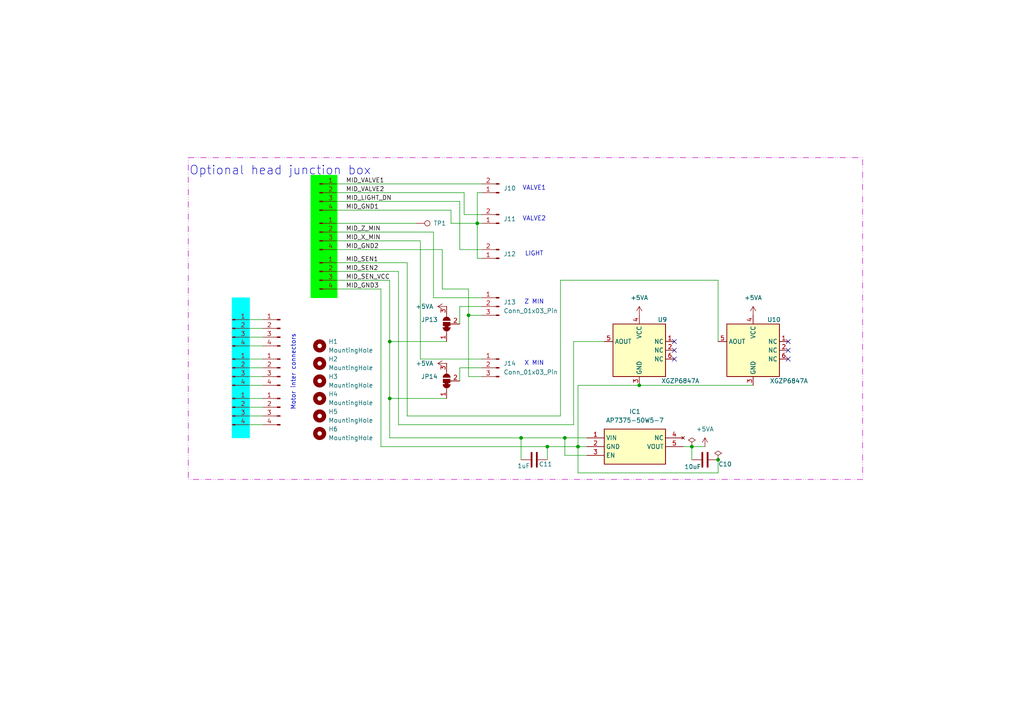
<source format=kicad_sch>
(kicad_sch (version 20231120) (generator "eeschema") (generator_version "8.0")
  (paper "A4")
  (lib_symbols
    (symbol "AP7375-50W5-7:AP7375-50W5-7"
      (property "Reference" "IC" (at 24.13 7.62 0))
      (property "Value" "AP7375-50W5-7" (at 24.13 5.08 0))
      (symbol "AP7375-50W5-7_1_1"
        (rectangle (start 5.08 2.54) (end 22.86 -7.62) (stroke (width 0.254)) (fill (type background)))
        (pin passive line (at 0 0 0) (length 5.08) (name "VIN") (number "1"))
        (pin passive line (at 0 -2.54 0) (length 5.08) (name "GND") (number "2"))
        (pin passive line (at 0 -5.08 0) (length 5.08) (name "EN") (number "3"))
        (pin no_connect line (at 27.94 0 180) (length 5.08) (name "NC") (number "4"))
        (pin passive line (at 27.94 -2.54 180) (length 5.08) (name "VOUT") (number "5"))
      )
    )
    (symbol "Connector:Conn_01x02_Male" (pin_names (offset 1.016) hide)
      (property "Reference" "J" (at 0 2.54 0))
      (property "Value" "Conn_01x02_Male" (at 0 -5.08 0))
      (symbol "Conn_01x02_Male_1_1"
        (polyline (pts (xy 1.27 -2.54) (xy 0.8636 -2.54)) (stroke (width 0.1524)))
        (polyline (pts (xy 1.27 0) (xy 0.8636 0)) (stroke (width 0.1524)))
        (rectangle (start 0.8636 -2.413) (end 0 -2.667) (stroke (width 0.1524)) (fill (type outline)))
        (rectangle (start 0.8636 0.127) (end 0 -0.127) (stroke (width 0.1524)) (fill (type outline)))
        (pin passive line (at 5.08 0 180) (length 3.81) (name "Pin_1") (number "1"))
        (pin passive line (at 5.08 -2.54 180) (length 3.81) (name "Pin_2") (number "2"))
      )
    )
    (symbol "Connector:Conn_01x03_Pin" (pin_names (offset 1.016) hide)
      (property "Reference" "J" (at 0 5.08 0))
      (property "Value" "Conn_01x03_Pin" (at 0 -5.08 0))
      (symbol "Conn_01x03_Pin_1_1"
        (polyline (pts (xy 1.27 -2.54) (xy 0.8636 -2.54)) (stroke (width 0.1524)))
        (polyline (pts (xy 1.27 0) (xy 0.8636 0)) (stroke (width 0.1524)))
        (polyline (pts (xy 1.27 2.54) (xy 0.8636 2.54)) (stroke (width 0.1524)))
        (rectangle (start 0.8636 -2.413) (end 0 -2.667) (stroke (width 0.1524)) (fill (type outline)))
        (rectangle (start 0.8636 0.127) (end 0 -0.127) (stroke (width 0.1524)) (fill (type outline)))
        (rectangle (start 0.8636 2.667) (end 0 2.413) (stroke (width 0.1524)) (fill (type outline)))
        (pin passive line (at 5.08 2.54 180) (length 3.81) (name "Pin_1") (number "1"))
        (pin passive line (at 5.08 0 180) (length 3.81) (name "Pin_2") (number "2"))
        (pin passive line (at 5.08 -2.54 180) (length 3.81) (name "Pin_3") (number "3"))
      )
    )
    (symbol "Connector:Conn_01x04_Male" (pin_names (offset 1.016) hide)
      (property "Reference" "J" (at 0 5.08 0))
      (property "Value" "Conn_01x04_Male" (at 0 -7.62 0))
      (symbol "Conn_01x04_Male_1_1"
        (polyline (pts (xy 1.27 -5.08) (xy 0.8636 -5.08)) (stroke (width 0.1524)))
        (polyline (pts (xy 1.27 -2.54) (xy 0.8636 -2.54)) (stroke (width 0.1524)))
        (polyline (pts (xy 1.27 0) (xy 0.8636 0)) (stroke (width 0.1524)))
        (polyline (pts (xy 1.27 2.54) (xy 0.8636 2.54)) (stroke (width 0.1524)))
        (rectangle (start 0.8636 -4.953) (end 0 -5.207) (stroke (width 0.1524)) (fill (type outline)))
        (rectangle (start 0.8636 -2.413) (end 0 -2.667) (stroke (width 0.1524)) (fill (type outline)))
        (rectangle (start 0.8636 0.127) (end 0 -0.127) (stroke (width 0.1524)) (fill (type outline)))
        (rectangle (start 0.8636 2.667) (end 0 2.413) (stroke (width 0.1524)) (fill (type outline)))
        (pin passive line (at 5.08 2.54 180) (length 3.81) (name "Pin_1") (number "1"))
        (pin passive line (at 5.08 0 180) (length 3.81) (name "Pin_2") (number "2"))
        (pin passive line (at 5.08 -2.54 180) (length 3.81) (name "Pin_3") (number "3"))
        (pin passive line (at 5.08 -5.08 180) (length 3.81) (name "Pin_4") (number "4"))
      )
    )
    (symbol "Connector:TestPoint" (pin_numbers hide) (pin_names (offset 0.762) hide)
      (property "Reference" "TP" (at 0 6.858 0))
      (property "Value" "TestPoint" (at 0 5.08 0))
      (symbol "TestPoint_0_1"
        (circle (center 0 3.302) (radius 0.762))
      )
      (symbol "TestPoint_1_1"
        (pin passive line (at 0 0 90) (length 2.54) (name "1") (number "1"))
      )
    )
    (symbol "Device:C" (pin_numbers hide) (pin_names (offset 0.254))
      (property "Reference" "C" (at 0.635 2.54 0))
      (property "Value" "C" (at 0.635 -2.54 0))
      (symbol "C_0_1"
        (polyline (pts (xy -2.032 -0.762) (xy 2.032 -0.762)) (stroke (width 0.508)))
        (polyline (pts (xy -2.032 0.762) (xy 2.032 0.762)) (stroke (width 0.508)))
      )
      (symbol "C_1_1"
        (pin passive line (at 0 3.81 270) (length 2.794) (name "~") (number "1"))
        (pin passive line (at 0 -3.81 90) (length 2.794) (name "~") (number "2"))
      )
    )
    (symbol "Jumper:SolderJumper_3_Bridged12" (pin_names (offset 0) hide) (exclude_from_sim yes) (in_bom no)
      (property "Reference" "JP" (at -2.54 -2.54 0))
      (property "Value" "SolderJumper_3_Bridged12" (at 0 2.794 0))
      (symbol "SolderJumper_3_Bridged12_0_1"
        (rectangle (start -1.016 0.508) (end -0.508 -0.508) (fill (type outline)))
        (arc (start -1.016 1.016) (mid -2.0276 0) (end -1.016 -1.016))
        (arc (start -1.016 1.016) (mid -2.0276 0) (end -1.016 -1.016) (fill (type outline)))
        (rectangle (start -0.508 1.016) (end 0.508 -1.016) (fill (type outline)))
        (polyline (pts (xy -2.54 0) (xy -2.032 0)))
        (polyline (pts (xy -1.016 1.016) (xy -1.016 -1.016)))
        (polyline (pts (xy 0 -1.27) (xy 0 -1.016)))
        (polyline (pts (xy 1.016 1.016) (xy 1.016 -1.016)))
        (polyline (pts (xy 2.54 0) (xy 2.032 0)))
        (arc (start 1.016 -1.016) (mid 2.0276 0) (end 1.016 1.016))
        (arc (start 1.016 -1.016) (mid 2.0276 0) (end 1.016 1.016) (fill (type outline)))
      )
      (symbol "SolderJumper_3_Bridged12_1_1"
        (pin passive line (at -5.08 0 0) (length 2.54) (name "A") (number "1"))
        (pin passive line (at 0 -3.81 90) (length 2.54) (name "C") (number "2"))
        (pin passive line (at 5.08 0 180) (length 2.54) (name "B") (number "3"))
      )
    )
    (symbol "Mechanical:MountingHole" (pin_names (offset 1.016)) (exclude_from_sim yes) (in_bom no)
      (property "Reference" "H" (at 0 5.08 0))
      (property "Value" "MountingHole" (at 0 3.175 0))
      (symbol "MountingHole_0_1"
        (circle (center 0 0) (radius 1.27) (stroke (width 1.27)))
      )
    )
    (symbol "XGZP6847A:XGZPP6847A"
      (property "Reference" "U10" (at 3.81 8.636 0))
      (property "Value" "XGZP6847A" (at 8.128 -5.08 0))
      (property "Footprint" "Package_DIP:DIP-6_W10.16mm" (at 5.842 18.796 0))
      (symbol "XGZPP6847A_0_1"
        (rectangle (start -7.62 7.62) (end 7.62 -7.62) (stroke (width 0.254)) (fill (type background)))
      )
      (symbol "XGZPP6847A_1_1"
        (pin input line (at 10.16 2.54 180) (length 2.54) (name "NC") (number "1"))
        (pin input line (at 10.16 0 180) (length 2.54) (name "NC") (number "2"))
        (pin power_in line (at 0 -10.16 90) (length 2.54) (name "GND") (number "3"))
        (pin power_in line (at 0 10.16 270) (length 2.54) (name "VCC") (number "4"))
        (pin passive line (at -10.16 2.54 0) (length 2.54) (name "AOUT") (number "5"))
        (pin input line (at 10.16 -2.54 180) (length 2.54) (name "NC") (number "6"))
      )
    )
    (symbol "XGZPP6847A_1"
      (property "Reference" "U10" (at 3.81 8.636 0))
      (property "Value" "XGZP6847A" (at 8.128 -5.08 0))
      (property "Footprint" "Package_DIP:DIP-6_W10.16mm" (at 5.842 18.796 0))
      (symbol "XGZPP6847A_1_0_1"
        (rectangle (start -7.62 7.62) (end 7.62 -7.62) (stroke (width 0.254)) (fill (type background)))
      )
      (symbol "XGZPP6847A_1_1_1"
        (pin input line (at 10.16 2.54 180) (length 2.54) (name "NC") (number "1"))
        (pin input line (at 10.16 0 180) (length 2.54) (name "NC") (number "2"))
        (pin power_in line (at 0 -10.16 90) (length 2.54) (name "GND") (number "3"))
        (pin power_in line (at 0 10.16 270) (length 2.54) (name "VCC") (number "4"))
        (pin passive line (at -10.16 2.54 0) (length 2.54) (name "AOUT") (number "5"))
        (pin input line (at 10.16 -2.54 180) (length 2.54) (name "NC") (number "6"))
      )
    )
    (symbol "power:+5VA" (power) (pin_numbers hide) (pin_names (offset 0) hide)
      (property "Value" "+5VA" (at 0 3.556 0))
      (symbol "+5VA_0_1"
        (polyline (pts (xy -0.762 1.27) (xy 0 2.54)))
        (polyline (pts (xy 0 0) (xy 0 2.54)))
        (polyline (pts (xy 0 2.54) (xy 0.762 1.27)))
      )
      (symbol "+5VA_1_1"
        (pin power_in line (at 0 0 90) (length 0) (name "~") (number "1"))
      )
    )
    (symbol "power:PWR_FLAG" (power) (pin_numbers hide) (pin_names (offset 0) hide)
      (property "Value" "PWR_FLAG" (at 0 3.81 0))
      (symbol "PWR_FLAG_0_0"
        (pin power_out line (at 0 0 90) (length 0) (name "~") (number "1"))
      )
      (symbol "PWR_FLAG_0_1"
        (polyline (pts (xy 0 0) (xy 0 1.27) (xy -1.016 1.905) (xy 0 2.54) (xy 1.016 1.905) (xy 0 1.27)))
      )
    )
  )
  (junction (at 167.64 129.54))
  (junction (at 113.03 99.06))
  (junction (at 151.13 127))
  (junction (at 163.83 127))
  (junction (at 135.89 91.44))
  (junction (at 158.75 129.54))
  (junction (at 185.42 111.76))
  (junction (at 113.03 115.57))
  (junction (at 138.43 64.77))
  (junction (at 208.28 133.35))
  (junction (at 200.66 129.54))
  (no_connect (at 195.58 104.14))
  (no_connect (at 195.58 99.06))
  (no_connect (at 228.6 99.06))
  (no_connect (at 195.58 101.6))
  (no_connect (at 228.6 104.14))
  (no_connect (at 228.6 101.6))
  (wire (pts (xy 113.03 127) (xy 151.13 127)))
  (wire (pts (xy 97.79 60.96) (xy 130.81 60.96)))
  (wire (pts (xy 97.79 58.42) (xy 133.35 58.42)))
  (wire (pts (xy 113.03 115.57) (xy 129.54 115.57)))
  (wire (pts (xy 110.49 129.54) (xy 158.75 129.54)))
  (wire (pts (xy 110.49 129.54) (xy 110.49 83.82)))
  (wire (pts (xy 113.03 99.06) (xy 129.54 99.06)))
  (wire (pts (xy 72.39 92.71) (xy 76.2 92.71)))
  (wire (pts (xy 133.35 72.39) (xy 139.7 72.39)))
  (wire (pts (xy 158.75 129.54) (xy 167.64 129.54)))
  (wire (pts (xy 97.79 76.2) (xy 118.11 76.2)))
  (wire (pts (xy 113.03 99.06) (xy 113.03 115.57)))
  (wire (pts (xy 72.39 97.79) (xy 76.2 97.79)))
  (wire (pts (xy 139.7 106.68) (xy 133.35 106.68)))
  (wire (pts (xy 163.83 127) (xy 170.18 127)))
  (wire (pts (xy 208.28 81.28) (xy 208.28 99.06)))
  (wire (pts (xy 72.39 118.11) (xy 76.2 118.11)))
  (wire (pts (xy 130.81 60.96) (xy 130.81 64.77)))
  (wire (pts (xy 115.57 123.19) (xy 166.37 123.19)))
  (wire (pts (xy 97.79 64.77) (xy 120.65 64.77)))
  (wire (pts (xy 121.92 69.85) (xy 121.92 104.14)))
  (wire (pts (xy 97.79 55.88) (xy 134.62 55.88)))
  (wire (pts (xy 72.39 120.65) (xy 76.2 120.65)))
  (wire (pts (xy 113.03 115.57) (xy 113.03 127)))
  (wire (pts (xy 170.18 132.08) (xy 163.83 132.08)))
  (wire (pts (xy 134.62 55.88) (xy 134.62 62.23)))
  (wire (pts (xy 134.62 62.23) (xy 139.7 62.23)))
  (wire (pts (xy 115.57 78.74) (xy 115.57 123.19)))
  (wire (pts (xy 118.11 76.2) (xy 118.11 120.65)))
  (wire (pts (xy 170.18 129.54) (xy 167.64 129.54)))
  (wire (pts (xy 128.27 83.82) (xy 135.89 83.82)))
  (wire (pts (xy 138.43 55.88) (xy 139.7 55.88)))
  (wire (pts (xy 97.79 72.39) (xy 128.27 72.39)))
  (wire (pts (xy 167.64 111.76) (xy 167.64 129.54)))
  (wire (pts (xy 121.92 104.14) (xy 139.7 104.14)))
  (wire (pts (xy 166.37 123.19) (xy 166.37 99.06)))
  (wire (pts (xy 151.13 127) (xy 163.83 127)))
  (wire (pts (xy 208.28 133.35) (xy 208.28 137.16)))
  (wire (pts (xy 200.66 129.54) (xy 200.66 133.35)))
  (wire (pts (xy 135.89 91.44) (xy 139.7 91.44)))
  (wire (pts (xy 72.39 100.33) (xy 76.2 100.33)))
  (wire (pts (xy 97.79 69.85) (xy 121.92 69.85)))
  (wire (pts (xy 185.42 111.76) (xy 167.64 111.76)))
  (wire (pts (xy 138.43 55.88) (xy 138.43 64.77)))
  (wire (pts (xy 166.37 99.06) (xy 175.26 99.06)))
  (wire (pts (xy 133.35 88.9) (xy 133.35 93.98)))
  (wire (pts (xy 72.39 109.22) (xy 76.2 109.22)))
  (wire (pts (xy 97.79 81.28) (xy 113.03 81.28)))
  (wire (pts (xy 218.44 111.76) (xy 185.42 111.76)))
  (wire (pts (xy 163.83 132.08) (xy 163.83 127)))
  (wire (pts (xy 135.89 109.22) (xy 139.7 109.22)))
  (wire (pts (xy 162.56 120.65) (xy 162.56 81.28)))
  (wire (pts (xy 133.35 106.68) (xy 133.35 110.49)))
  (wire (pts (xy 139.7 88.9) (xy 133.35 88.9)))
  (wire (pts (xy 97.79 67.31) (xy 125.73 67.31)))
  (wire (pts (xy 158.75 129.54) (xy 158.75 133.35)))
  (wire (pts (xy 135.89 83.82) (xy 135.89 91.44)))
  (wire (pts (xy 167.64 137.16) (xy 167.64 129.54)))
  (wire (pts (xy 110.49 83.82) (xy 97.79 83.82)))
  (wire (pts (xy 200.66 129.54) (xy 204.47 129.54)))
  (wire (pts (xy 125.73 67.31) (xy 125.73 86.36)))
  (wire (pts (xy 118.11 120.65) (xy 162.56 120.65)))
  (wire (pts (xy 198.12 129.54) (xy 200.66 129.54)))
  (wire (pts (xy 208.28 137.16) (xy 167.64 137.16)))
  (wire (pts (xy 72.39 123.19) (xy 76.2 123.19)))
  (wire (pts (xy 133.35 58.42) (xy 133.35 72.39)))
  (wire (pts (xy 162.56 81.28) (xy 208.28 81.28)))
  (wire (pts (xy 72.39 95.25) (xy 76.2 95.25)))
  (wire (pts (xy 113.03 81.28) (xy 113.03 99.06)))
  (wire (pts (xy 128.27 72.39) (xy 128.27 83.82)))
  (wire (pts (xy 138.43 64.77) (xy 139.7 64.77)))
  (wire (pts (xy 97.79 53.34) (xy 139.7 53.34)))
  (wire (pts (xy 139.7 74.93) (xy 138.43 74.93)))
  (wire (pts (xy 130.81 64.77) (xy 138.43 64.77)))
  (wire (pts (xy 72.39 104.14) (xy 76.2 104.14)))
  (wire (pts (xy 72.39 115.57) (xy 76.2 115.57)))
  (wire (pts (xy 72.39 106.68) (xy 76.2 106.68)))
  (wire (pts (xy 97.79 78.74) (xy 115.57 78.74)))
  (wire (pts (xy 125.73 86.36) (xy 139.7 86.36)))
  (wire (pts (xy 138.43 64.77) (xy 138.43 74.93)))
  (wire (pts (xy 135.89 91.44) (xy 135.89 109.22)))
  (wire (pts (xy 151.13 127) (xy 151.13 133.35)))
  (wire (pts (xy 72.39 111.76) (xy 76.2 111.76)))
  (rectangle (start 54.61 45.72) (end 250.19 139.065) (stroke (width 0.1524) (type dash_dot_dot) (color 194 0 194 1)))
  (rectangle (start 67.31 86.36) (end 72.39 127) (stroke (width 0) (color 0 255 255 1)) (fill (type color) (color 0 255 255 1)))
  (rectangle (start 90.17 50.8) (end 97.79 86.36) (stroke (width 0) (color 0 255 0 1)) (fill (type color) (color 0 255 0 1)))
  (text "Z MIN" (at 154.94 87.63 0) (effects (font (size 1.27 1.27))))
  (text "LIGHT" (at 154.94 73.66 0) (effects (font (size 1.27 1.27))))
  (text "VALVE1" (at 154.94 54.61 0) (effects (font (size 1.27 1.27))))
  (text "X MIN" (at 154.94 105.41 0) (effects (font (size 1.27 1.27))))
  (text "VALVE2" (at 154.94 63.5 0) (effects (font (size 1.27 1.27))))
  (text "Motor inter connectors" (at 85.09 107.95 90) (effects (font (size 1.27 1.27))))
  (text "Optional head junction box" (at 81.28 49.53 0) (effects (font (size 2.54 2.54))))
  (label "MID_LIGHT_DN" (at 100.33 58.42 0))
  (label "MID_Z_MIN" (at 100.33 67.31 0))
  (label "MID_SEN_VCC" (at 100.33 81.28 0))
  (label "MID_VALVE1" (at 100.33 53.34 0))
  (label "MID_SEN1" (at 100.33 76.2 0))
  (label "MID_X_MIN" (at 100.33 69.85 0))
  (label "MID_VALVE2" (at 100.33 55.88 0))
  (label "MID_GND3" (at 100.33 83.82 0))
  (label "MID_GND2" (at 100.33 72.39 0))
  (label "MID_SEN2" (at 100.33 78.74 0))
  (label "MID_GND1" (at 100.33 60.96 0))
  (symbol (lib_id "Connector:Conn_01x04_Male") (at 81.28 118.11 0) (mirror y) (unit 1)
    (property "Reference" "J30" (effects (hide yes)))
    (property "Value" "Conn_01x04_Male" (effects (hide yes)))
    (property "Footprint" "Connector_JST:JST_XH_B4B-XH-AM_1x04_P2.50mm_Vertical" (effects (hide yes)))
  )
  (symbol (lib_id "XGZP6847A:XGZPP6847A") (at 185.42 101.6 0) (unit 1)
    (property "Reference" "U9" (at 190.754 92.71 0) (effects (justify left)))
    (property "Value" "XGZP6847A" (at 191.77 110.49 0) (effects (justify left)))
    (property "Footprint" "Package_DIP:DIP-6_W10.16mm" (effects (hide yes)))
  )
  (symbol (lib_id "Mechanical:MountingHole") (at 92.71 100.33 0) (unit 1) (exclude_from_sim yes) (in_bom no)
    (property "Reference" "H1" (at 95.25 99.0599 0) (effects (justify left)))
    (property "Value" "MountingHole" (at 95.25 101.5999 0) (effects (justify left)))
    (property "Footprint" "MountingHole:MountingHole_3.2mm_M3" (effects (hide yes)))
    (property "Description" "Mounting Hole without connection" (effects (hide yes)))
  )
  (symbol (lib_id "Connector:Conn_01x04_Male") (at 67.31 95.25 0) (unit 1)
    (property "Reference" "J25" (effects (hide yes)))
    (property "Value" "Conn_01x04_Male" (effects (hide yes)))
    (property "Footprint" "Connector_JST:JST_XH_B4B-XH-AM_1x04_P2.50mm_Vertical" (effects (hide yes)))
  )
  (symbol (lib_id "Mechanical:MountingHole") (at 92.71 125.73 0) (unit 1) (exclude_from_sim yes) (in_bom no)
    (property "Reference" "H6" (at 95.25 124.4599 0) (effects (justify left)))
    (property "Value" "MountingHole" (at 95.25 126.9999 0) (effects (justify left)))
    (property "Footprint" "MountingHole:MountingHole_3.2mm_M3" (effects (hide yes)))
    (property "Description" "Mounting Hole without connection" (effects (hide yes)))
  )
  (symbol (lib_id "Connector:Conn_01x04_Male") (at 67.31 106.68 0) (unit 1)
    (property "Reference" "J26" (effects (hide yes)))
    (property "Value" "Conn_01x04_Male" (effects (hide yes)))
    (property "Footprint" "Connector_JST:JST_XH_B4B-XH-AM_1x04_P2.50mm_Vertical" (effects (hide yes)))
  )
  (symbol (lib_id "power:PWR_FLAG") (at 200.66 129.54 0) (unit 1)
    (property "Reference" "#FLG04" (effects (hide yes)))
    (property "Value" "PWR_FLAG" (effects (hide yes)))
    (property "Description" "Special symbol for telling ERC where power comes from" (effects (hide yes)))
  )
  (symbol (lib_id "Connector:Conn_01x02_Male") (at 144.78 64.77 180) (unit 1)
    (property "Reference" "J11" (at 146.05 63.4999 0) (effects (justify right)))
    (property "Value" "Conn_01x02_Male" (effects (hide yes)))
    (property "Footprint" "Connector_JST:JST_XH_B2B-XH-A_1x02_P2.50mm_Vertical" (effects (hide yes)))
  )
  (symbol (lib_id "power:+5VA") (at 129.54 88.9 90) (unit 1)
    (property "Reference" "#PWR096" (effects (hide yes)))
    (property "Value" "+5VA" (at 125.73 88.8999 90) (effects (justify left)))
    (property "Description" "Power symbol creates a global label with name \"+5VA\"" (effects (hide yes)))
  )
  (symbol (lib_id "power:+5VA") (at 185.42 91.44 0) (unit 1)
    (property "Reference" "#PWR093" (effects (hide yes)))
    (property "Value" "+5VA" (at 185.42 86.36 0))
    (property "Description" "Power symbol creates a global label with name \"+5VA\"" (effects (hide yes)))
  )
  (symbol (lib_id "Mechanical:MountingHole") (at 92.71 110.49 0) (unit 1) (exclude_from_sim yes) (in_bom no)
    (property "Reference" "H3" (at 95.25 109.2199 0) (effects (justify left)))
    (property "Value" "MountingHole" (at 95.25 111.7599 0) (effects (justify left)))
    (property "Footprint" "MountingHole:MountingHole_3.2mm_M3" (effects (hide yes)))
    (property "Description" "Mounting Hole without connection" (effects (hide yes)))
  )
  (symbol (lib_id "AP7375-50W5-7:AP7375-50W5-7") (at 170.18 127 0) (unit 1)
    (property "Reference" "IC1" (at 184.15 119.38 0))
    (property "Value" "AP7375-50W5-7" (at 184.15 121.92 0))
    (property "Footprint" "footprints:SOT95P285X140-5N" (effects (hide yes)))
    (property "Datasheet" "https://www.diodes.com//assets/Datasheets/AP7375.pdf" (effects (hide yes)))
    (property "Description" "LDO Voltage Regulators LDO CMOS LowCurr SOT25 T&R 3K" (effects (hide yes)))
    (property "Height" "1.4" (effects (hide yes)))
    (property "Manufacturer_Name" "Diodes Incorporated" (effects (hide yes)))
    (property "Manufacturer_Part_Number" "AP7375-50W5-7" (effects (hide yes)))
    (property "Mouser Part Number" "621-AP7375-50W5-7" (effects (hide yes)))
    (property "Mouser Price/Stock" "https://www.mouser.co.uk/ProductDetail/Diodes-Incorporated/AP7375-50W5-7?qs=t7xnP681wgVfIA9uoo7deg%3D%3D" (effects (hide yes)))
    (property "Arrow Part Number" "AP7375-50W5-7" (effects (hide yes)))
    (property "Arrow Price/Stock" "https://www.arrow.com/en/products/ap7375-50w5-7/diodes-incorporated?utm_currency=USD&region=nac" (effects (hide yes)))
  )
  (symbol (lib_id "Connector:Conn_01x04_Male") (at 92.71 55.88 0) (unit 1)
    (property "Reference" "J16" (effects (hide yes)))
    (property "Value" "Conn_01x04_Male" (effects (hide yes)))
    (property "Footprint" "Connector_JST:JST_XH_B4B-XH-AM_1x04_P2.50mm_Vertical" (effects (hide yes)))
  )
  (symbol (lib_id "Mechanical:MountingHole") (at 92.71 120.65 0) (unit 1) (exclude_from_sim yes) (in_bom no)
    (property "Reference" "H5" (at 95.25 119.3799 0) (effects (justify left)))
    (property "Value" "MountingHole" (at 95.25 121.9199 0) (effects (justify left)))
    (property "Footprint" "MountingHole:MountingHole_3.2mm_M3" (effects (hide yes)))
    (property "Description" "Mounting Hole without connection" (effects (hide yes)))
  )
  (symbol (lib_id "Jumper:SolderJumper_3_Bridged12") (at 129.54 93.98 90) (unit 1) (exclude_from_sim yes) (in_bom no)
    (property "Reference" "JP13" (at 127 92.7099 90) (effects (justify left)))
    (property "Value" "SolderJumper_3_Bridged12" (effects (hide yes)))
    (property "Footprint" "Jumper:SolderJumper-3_P1.3mm_Bridged12_RoundedPad1.0x1.5mm" (effects (hide yes)))
    (property "Description" "3-pole Solder Jumper, pins 1+2 closed/bridged" (effects (hide yes)))
  )
  (symbol (lib_id "Mechanical:MountingHole") (at 92.71 115.57 0) (unit 1) (exclude_from_sim yes) (in_bom no)
    (property "Reference" "H4" (at 95.25 114.2999 0) (effects (justify left)))
    (property "Value" "MountingHole" (at 95.25 116.8399 0) (effects (justify left)))
    (property "Footprint" "MountingHole:MountingHole_3.2mm_M3" (effects (hide yes)))
    (property "Description" "Mounting Hole without connection" (effects (hide yes)))
  )
  (symbol (lib_id "Connector:Conn_01x04_Male") (at 81.28 95.25 0) (mirror y) (unit 1)
    (property "Reference" "J28" (effects (hide yes)))
    (property "Value" "Conn_01x04_Male" (effects (hide yes)))
    (property "Footprint" "Connector_JST:JST_XH_B4B-XH-AM_1x04_P2.50mm_Vertical" (effects (hide yes)))
  )
  (symbol (lib_id "Device:C") (at 204.47 133.35 90) (unit 1)
    (property "Reference" "C10" (at 210.312 134.62 90))
    (property "Value" "10uF" (at 200.914 135.382 90))
    (property "Footprint" "Capacitor_SMD:C_1206_3216Metric" (effects (hide yes)))
    (property "Description" "Unpolarized capacitor" (effects (hide yes)))
  )
  (symbol (lib_id "Connector:Conn_01x04_Male") (at 67.31 118.11 0) (unit 1)
    (property "Reference" "J27" (effects (hide yes)))
    (property "Value" "Conn_01x04_Male" (effects (hide yes)))
    (property "Footprint" "Connector_JST:JST_XH_B4B-XH-AM_1x04_P2.50mm_Vertical" (effects (hide yes)))
  )
  (symbol (lib_id "Connector:Conn_01x04_Male") (at 92.71 78.74 0) (unit 1)
    (property "Reference" "J17" (effects (hide yes)))
    (property "Value" "Conn_01x04_Male" (effects (hide yes)))
    (property "Footprint" "Connector_JST:JST_XH_B4B-XH-AM_1x04_P2.50mm_Vertical" (effects (hide yes)))
  )
  (symbol (lib_id "power:+5VA") (at 204.47 129.54 0) (unit 1)
    (property "Reference" "#PWR092" (effects (hide yes)))
    (property "Value" "+5VA" (at 204.47 124.46 0))
    (property "Description" "Power symbol creates a global label with name \"+5VA\"" (effects (hide yes)))
  )
  (symbol (lib_id "Device:C") (at 154.94 133.35 90) (unit 1)
    (property "Reference" "C11" (at 158.242 134.62 90))
    (property "Value" "1uF" (at 151.892 135.128 90))
    (property "Footprint" "Capacitor_SMD:C_0603_1608Metric" (effects (hide yes)))
    (property "Description" "Unpolarized capacitor" (effects (hide yes)))
  )
  (symbol (lib_id "Mechanical:MountingHole") (at 92.71 105.41 0) (unit 1) (exclude_from_sim yes) (in_bom no)
    (property "Reference" "H2" (at 95.25 104.1399 0) (effects (justify left)))
    (property "Value" "MountingHole" (at 95.25 106.6799 0) (effects (justify left)))
    (property "Footprint" "MountingHole:MountingHole_3.2mm_M3" (effects (hide yes)))
    (property "Description" "Mounting Hole without connection" (effects (hide yes)))
  )
  (symbol (lib_id "Connector:Conn_01x04_Male") (at 81.28 106.68 0) (mirror y) (unit 1)
    (property "Reference" "J29" (effects (hide yes)))
    (property "Value" "Conn_01x04_Male" (effects (hide yes)))
    (property "Footprint" "Connector_JST:JST_XH_B4B-XH-AM_1x04_P2.50mm_Vertical" (effects (hide yes)))
  )
  (symbol (lib_id "power:+5VA") (at 218.44 91.44 0) (unit 1)
    (property "Reference" "#PWR094" (effects (hide yes)))
    (property "Value" "+5VA" (at 218.44 86.36 0))
    (property "Description" "Power symbol creates a global label with name \"+5VA\"" (effects (hide yes)))
  )
  (symbol (lib_id "power:PWR_FLAG") (at 208.28 133.35 0) (unit 1)
    (property "Reference" "#FLG05" (effects (hide yes)))
    (property "Value" "PWR_FLAG" (effects (hide yes)))
    (property "Description" "Special symbol for telling ERC where power comes from" (effects (hide yes)))
  )
  (symbol (lib_name "XGZPP6847A_1") (lib_id "XGZP6847A:XGZPP6847A") (at 218.44 101.6 0) (unit 1)
    (property "Reference" "U10" (at 222.504 92.71 0) (effects (justify left)))
    (property "Value" "XGZP6847A" (at 223.266 110.49 0) (effects (justify left)))
    (property "Footprint" "Package_DIP:DIP-6_W10.16mm" (effects (hide yes)))
  )
  (symbol (lib_id "Jumper:SolderJumper_3_Bridged12") (at 129.54 110.49 90) (unit 1) (exclude_from_sim yes) (in_bom no)
    (property "Reference" "JP14" (at 127 109.2199 90) (effects (justify left)))
    (property "Value" "SolderJumper_3_Bridged12" (effects (hide yes)))
    (property "Footprint" "Jumper:SolderJumper-3_P1.3mm_Bridged12_RoundedPad1.0x1.5mm" (effects (hide yes)))
    (property "Description" "3-pole Solder Jumper, pins 1+2 closed/bridged" (effects (hide yes)))
  )
  (symbol (lib_id "Connector:TestPoint") (at 120.65 64.77 270) (unit 1)
    (property "Reference" "TP1" (at 125.73 64.77 90) (effects (justify left)))
    (property "Value" "TestPoint" (effects (hide yes)))
    (property "Footprint" "Connector_PinHeader_1.00mm:PinHeader_1x01_P1.00mm_Vertical" (effects (hide yes)))
    (property "Description" "test point" (effects (hide yes)))
  )
  (symbol (lib_id "Connector:Conn_01x02_Male") (at 144.78 55.88 180) (unit 1)
    (property "Reference" "J10" (at 146.05 54.6099 0) (effects (justify right)))
    (property "Value" "Conn_01x02_Male" (effects (hide yes)))
    (property "Footprint" "Connector_JST:JST_XH_B2B-XH-A_1x02_P2.50mm_Vertical" (effects (hide yes)))
  )
  (symbol (lib_id "Connector:Conn_01x02_Male") (at 144.78 74.93 180) (unit 1)
    (property "Reference" "J12" (at 146.05 73.6599 0) (effects (justify right)))
    (property "Value" "Conn_01x02_Male" (effects (hide yes)))
    (property "Footprint" "Connector_JST:JST_XH_B2B-XH-A_1x02_P2.50mm_Vertical" (effects (hide yes)))
  )
  (symbol (lib_id "Connector:Conn_01x03_Pin") (at 144.78 106.68 0) (mirror y) (unit 1)
    (property "Reference" "J14" (at 146.05 105.4099 0) (effects (justify right)))
    (property "Value" "Conn_01x03_Pin" (at 146.05 107.9499 0) (effects (justify right)))
    (property "Footprint" "Connector_JST:JST_XH_B3B-XH-A_1x03_P2.50mm_Vertical" (effects (hide yes)))
    (property "Description" "Generic connector, single row, 01x03, script generated" (effects (hide yes)))
  )
  (symbol (lib_id "Connector:Conn_01x03_Pin") (at 144.78 88.9 0) (mirror y) (unit 1)
    (property "Reference" "J13" (at 146.05 87.6299 0) (effects (justify right)))
    (property "Value" "Conn_01x03_Pin" (at 146.05 90.1699 0) (effects (justify right)))
    (property "Footprint" "Connector_JST:JST_XH_B3B-XH-A_1x03_P2.50mm_Vertical" (effects (hide yes)))
    (property "Description" "Generic connector, single row, 01x03, script generated" (effects (hide yes)))
  )
  (symbol (lib_id "power:+5VA") (at 129.54 105.41 90) (unit 1)
    (property "Reference" "#PWR095" (effects (hide yes)))
    (property "Value" "+5VA" (at 125.73 105.4099 90) (effects (justify left)))
    (property "Description" "Power symbol creates a global label with name \"+5VA\"" (effects (hide yes)))
  )
  (symbol (lib_id "Connector:Conn_01x04_Male") (at 92.71 67.31 0) (unit 1)
    (property "Reference" "J19" (effects (hide yes)))
    (property "Value" "Conn_01x04_Male" (effects (hide yes)))
    (property "Footprint" "Connector_JST:JST_XH_B4B-XH-AM_1x04_P2.50mm_Vertical" (effects (hide yes)))
  )
)
</source>
